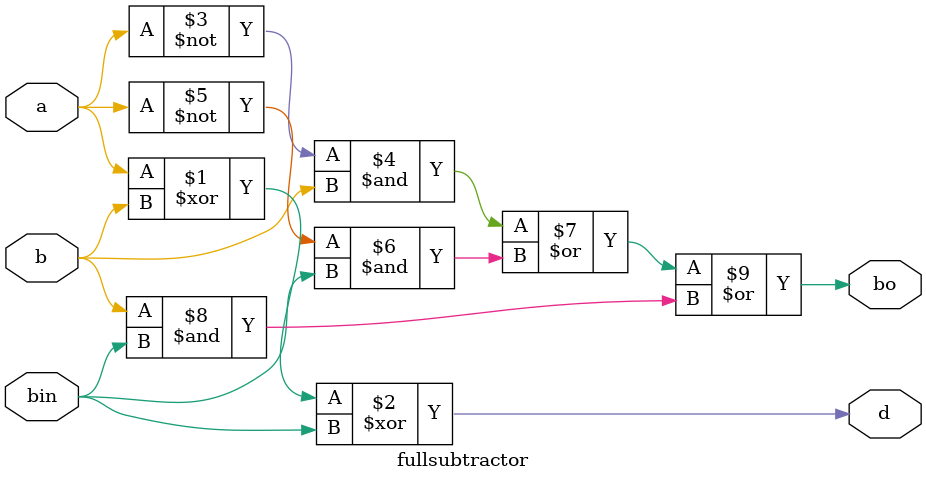
<source format=v>

module fullsubtractor
(input a,b,bin,
 output d,bo);

assign d=a^b^bin,
       bo=~a&b|~a&bin|b&bin;
endmodule
</source>
